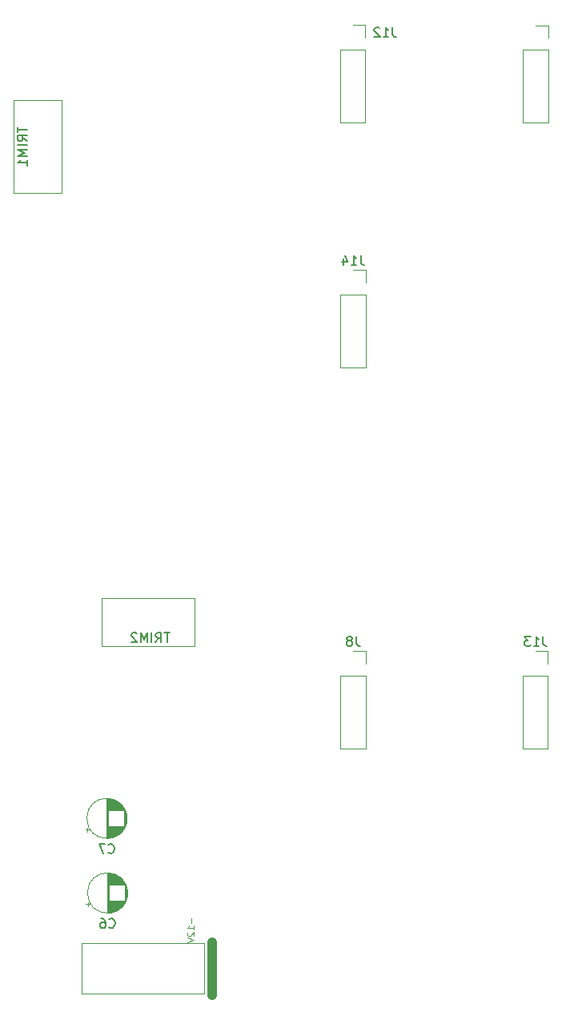
<source format=gbr>
%TF.GenerationSoftware,KiCad,Pcbnew,7.0.11-7.0.11~ubuntu22.04.1*%
%TF.CreationDate,2024-09-22T23:22:13-04:00*%
%TF.ProjectId,ad-vca,61642d76-6361-42e6-9b69-6361645f7063,rev?*%
%TF.SameCoordinates,Original*%
%TF.FileFunction,Legend,Bot*%
%TF.FilePolarity,Positive*%
%FSLAX46Y46*%
G04 Gerber Fmt 4.6, Leading zero omitted, Abs format (unit mm)*
G04 Created by KiCad (PCBNEW 7.0.11-7.0.11~ubuntu22.04.1) date 2024-09-22 23:22:13*
%MOMM*%
%LPD*%
G01*
G04 APERTURE LIST*
%ADD10C,0.150000*%
%ADD11C,0.100000*%
%ADD12C,0.120000*%
%ADD13C,1.000000*%
G04 APERTURE END LIST*
D10*
X105116666Y-128699580D02*
X105164285Y-128747200D01*
X105164285Y-128747200D02*
X105307142Y-128794819D01*
X105307142Y-128794819D02*
X105402380Y-128794819D01*
X105402380Y-128794819D02*
X105545237Y-128747200D01*
X105545237Y-128747200D02*
X105640475Y-128651961D01*
X105640475Y-128651961D02*
X105688094Y-128556723D01*
X105688094Y-128556723D02*
X105735713Y-128366247D01*
X105735713Y-128366247D02*
X105735713Y-128223390D01*
X105735713Y-128223390D02*
X105688094Y-128032914D01*
X105688094Y-128032914D02*
X105640475Y-127937676D01*
X105640475Y-127937676D02*
X105545237Y-127842438D01*
X105545237Y-127842438D02*
X105402380Y-127794819D01*
X105402380Y-127794819D02*
X105307142Y-127794819D01*
X105307142Y-127794819D02*
X105164285Y-127842438D01*
X105164285Y-127842438D02*
X105116666Y-127890057D01*
X104783332Y-127794819D02*
X104116666Y-127794819D01*
X104116666Y-127794819D02*
X104545237Y-128794819D01*
X105186666Y-136591052D02*
X105234285Y-136638672D01*
X105234285Y-136638672D02*
X105377142Y-136686291D01*
X105377142Y-136686291D02*
X105472380Y-136686291D01*
X105472380Y-136686291D02*
X105615237Y-136638672D01*
X105615237Y-136638672D02*
X105710475Y-136543433D01*
X105710475Y-136543433D02*
X105758094Y-136448195D01*
X105758094Y-136448195D02*
X105805713Y-136257719D01*
X105805713Y-136257719D02*
X105805713Y-136114862D01*
X105805713Y-136114862D02*
X105758094Y-135924386D01*
X105758094Y-135924386D02*
X105710475Y-135829148D01*
X105710475Y-135829148D02*
X105615237Y-135733910D01*
X105615237Y-135733910D02*
X105472380Y-135686291D01*
X105472380Y-135686291D02*
X105377142Y-135686291D01*
X105377142Y-135686291D02*
X105234285Y-135733910D01*
X105234285Y-135733910D02*
X105186666Y-135781529D01*
X104329523Y-135686291D02*
X104519999Y-135686291D01*
X104519999Y-135686291D02*
X104615237Y-135733910D01*
X104615237Y-135733910D02*
X104662856Y-135781529D01*
X104662856Y-135781529D02*
X104758094Y-135924386D01*
X104758094Y-135924386D02*
X104805713Y-136114862D01*
X104805713Y-136114862D02*
X104805713Y-136495814D01*
X104805713Y-136495814D02*
X104758094Y-136591052D01*
X104758094Y-136591052D02*
X104710475Y-136638672D01*
X104710475Y-136638672D02*
X104615237Y-136686291D01*
X104615237Y-136686291D02*
X104424761Y-136686291D01*
X104424761Y-136686291D02*
X104329523Y-136638672D01*
X104329523Y-136638672D02*
X104281904Y-136591052D01*
X104281904Y-136591052D02*
X104234285Y-136495814D01*
X104234285Y-136495814D02*
X104234285Y-136257719D01*
X104234285Y-136257719D02*
X104281904Y-136162481D01*
X104281904Y-136162481D02*
X104329523Y-136114862D01*
X104329523Y-136114862D02*
X104424761Y-136067243D01*
X104424761Y-136067243D02*
X104615237Y-136067243D01*
X104615237Y-136067243D02*
X104710475Y-136114862D01*
X104710475Y-136114862D02*
X104758094Y-136162481D01*
X104758094Y-136162481D02*
X104805713Y-136257719D01*
X135179523Y-41454819D02*
X135179523Y-42169104D01*
X135179523Y-42169104D02*
X135227142Y-42311961D01*
X135227142Y-42311961D02*
X135322380Y-42407200D01*
X135322380Y-42407200D02*
X135465237Y-42454819D01*
X135465237Y-42454819D02*
X135560475Y-42454819D01*
X134179523Y-42454819D02*
X134750951Y-42454819D01*
X134465237Y-42454819D02*
X134465237Y-41454819D01*
X134465237Y-41454819D02*
X134560475Y-41597676D01*
X134560475Y-41597676D02*
X134655713Y-41692914D01*
X134655713Y-41692914D02*
X134750951Y-41740533D01*
X133798570Y-41550057D02*
X133750951Y-41502438D01*
X133750951Y-41502438D02*
X133655713Y-41454819D01*
X133655713Y-41454819D02*
X133417618Y-41454819D01*
X133417618Y-41454819D02*
X133322380Y-41502438D01*
X133322380Y-41502438D02*
X133274761Y-41550057D01*
X133274761Y-41550057D02*
X133227142Y-41645295D01*
X133227142Y-41645295D02*
X133227142Y-41740533D01*
X133227142Y-41740533D02*
X133274761Y-41883390D01*
X133274761Y-41883390D02*
X133846189Y-42454819D01*
X133846189Y-42454819D02*
X133227142Y-42454819D01*
X131797523Y-65574819D02*
X131797523Y-66289104D01*
X131797523Y-66289104D02*
X131845142Y-66431961D01*
X131845142Y-66431961D02*
X131940380Y-66527200D01*
X131940380Y-66527200D02*
X132083237Y-66574819D01*
X132083237Y-66574819D02*
X132178475Y-66574819D01*
X130797523Y-66574819D02*
X131368951Y-66574819D01*
X131083237Y-66574819D02*
X131083237Y-65574819D01*
X131083237Y-65574819D02*
X131178475Y-65717676D01*
X131178475Y-65717676D02*
X131273713Y-65812914D01*
X131273713Y-65812914D02*
X131368951Y-65860533D01*
X129940380Y-65908152D02*
X129940380Y-66574819D01*
X130178475Y-65527200D02*
X130416570Y-66241485D01*
X130416570Y-66241485D02*
X129797523Y-66241485D01*
X131331333Y-105874819D02*
X131331333Y-106589104D01*
X131331333Y-106589104D02*
X131378952Y-106731961D01*
X131378952Y-106731961D02*
X131474190Y-106827200D01*
X131474190Y-106827200D02*
X131617047Y-106874819D01*
X131617047Y-106874819D02*
X131712285Y-106874819D01*
X130712285Y-106303390D02*
X130807523Y-106255771D01*
X130807523Y-106255771D02*
X130855142Y-106208152D01*
X130855142Y-106208152D02*
X130902761Y-106112914D01*
X130902761Y-106112914D02*
X130902761Y-106065295D01*
X130902761Y-106065295D02*
X130855142Y-105970057D01*
X130855142Y-105970057D02*
X130807523Y-105922438D01*
X130807523Y-105922438D02*
X130712285Y-105874819D01*
X130712285Y-105874819D02*
X130521809Y-105874819D01*
X130521809Y-105874819D02*
X130426571Y-105922438D01*
X130426571Y-105922438D02*
X130378952Y-105970057D01*
X130378952Y-105970057D02*
X130331333Y-106065295D01*
X130331333Y-106065295D02*
X130331333Y-106112914D01*
X130331333Y-106112914D02*
X130378952Y-106208152D01*
X130378952Y-106208152D02*
X130426571Y-106255771D01*
X130426571Y-106255771D02*
X130521809Y-106303390D01*
X130521809Y-106303390D02*
X130712285Y-106303390D01*
X130712285Y-106303390D02*
X130807523Y-106351009D01*
X130807523Y-106351009D02*
X130855142Y-106398628D01*
X130855142Y-106398628D02*
X130902761Y-106493866D01*
X130902761Y-106493866D02*
X130902761Y-106684342D01*
X130902761Y-106684342D02*
X130855142Y-106779580D01*
X130855142Y-106779580D02*
X130807523Y-106827200D01*
X130807523Y-106827200D02*
X130712285Y-106874819D01*
X130712285Y-106874819D02*
X130521809Y-106874819D01*
X130521809Y-106874819D02*
X130426571Y-106827200D01*
X130426571Y-106827200D02*
X130378952Y-106779580D01*
X130378952Y-106779580D02*
X130331333Y-106684342D01*
X130331333Y-106684342D02*
X130331333Y-106493866D01*
X130331333Y-106493866D02*
X130378952Y-106398628D01*
X130378952Y-106398628D02*
X130426571Y-106351009D01*
X130426571Y-106351009D02*
X130521809Y-106303390D01*
X151082523Y-105879819D02*
X151082523Y-106594104D01*
X151082523Y-106594104D02*
X151130142Y-106736961D01*
X151130142Y-106736961D02*
X151225380Y-106832200D01*
X151225380Y-106832200D02*
X151368237Y-106879819D01*
X151368237Y-106879819D02*
X151463475Y-106879819D01*
X150082523Y-106879819D02*
X150653951Y-106879819D01*
X150368237Y-106879819D02*
X150368237Y-105879819D01*
X150368237Y-105879819D02*
X150463475Y-106022676D01*
X150463475Y-106022676D02*
X150558713Y-106117914D01*
X150558713Y-106117914D02*
X150653951Y-106165533D01*
X149749189Y-105879819D02*
X149130142Y-105879819D01*
X149130142Y-105879819D02*
X149463475Y-106260771D01*
X149463475Y-106260771D02*
X149320618Y-106260771D01*
X149320618Y-106260771D02*
X149225380Y-106308390D01*
X149225380Y-106308390D02*
X149177761Y-106356009D01*
X149177761Y-106356009D02*
X149130142Y-106451247D01*
X149130142Y-106451247D02*
X149130142Y-106689342D01*
X149130142Y-106689342D02*
X149177761Y-106784580D01*
X149177761Y-106784580D02*
X149225380Y-106832200D01*
X149225380Y-106832200D02*
X149320618Y-106879819D01*
X149320618Y-106879819D02*
X149606332Y-106879819D01*
X149606332Y-106879819D02*
X149701570Y-106832200D01*
X149701570Y-106832200D02*
X149749189Y-106784580D01*
D11*
X113901966Y-135626666D02*
X113901966Y-136160000D01*
X114168633Y-136860000D02*
X114168633Y-136460000D01*
X114168633Y-136660000D02*
X113468633Y-136660000D01*
X113468633Y-136660000D02*
X113568633Y-136593333D01*
X113568633Y-136593333D02*
X113635300Y-136526667D01*
X113635300Y-136526667D02*
X113668633Y-136460000D01*
X113535300Y-137126667D02*
X113501966Y-137160000D01*
X113501966Y-137160000D02*
X113468633Y-137226667D01*
X113468633Y-137226667D02*
X113468633Y-137393334D01*
X113468633Y-137393334D02*
X113501966Y-137460000D01*
X113501966Y-137460000D02*
X113535300Y-137493334D01*
X113535300Y-137493334D02*
X113601966Y-137526667D01*
X113601966Y-137526667D02*
X113668633Y-137526667D01*
X113668633Y-137526667D02*
X113768633Y-137493334D01*
X113768633Y-137493334D02*
X114168633Y-137093334D01*
X114168633Y-137093334D02*
X114168633Y-137526667D01*
X113468633Y-137726667D02*
X114168633Y-137960001D01*
X114168633Y-137960001D02*
X113468633Y-138193334D01*
D10*
X111591427Y-105464819D02*
X111019999Y-105464819D01*
X111305713Y-106464819D02*
X111305713Y-105464819D01*
X110115237Y-106464819D02*
X110448570Y-105988628D01*
X110686665Y-106464819D02*
X110686665Y-105464819D01*
X110686665Y-105464819D02*
X110305713Y-105464819D01*
X110305713Y-105464819D02*
X110210475Y-105512438D01*
X110210475Y-105512438D02*
X110162856Y-105560057D01*
X110162856Y-105560057D02*
X110115237Y-105655295D01*
X110115237Y-105655295D02*
X110115237Y-105798152D01*
X110115237Y-105798152D02*
X110162856Y-105893390D01*
X110162856Y-105893390D02*
X110210475Y-105941009D01*
X110210475Y-105941009D02*
X110305713Y-105988628D01*
X110305713Y-105988628D02*
X110686665Y-105988628D01*
X109686665Y-106464819D02*
X109686665Y-105464819D01*
X109210475Y-106464819D02*
X109210475Y-105464819D01*
X109210475Y-105464819D02*
X108877142Y-106179104D01*
X108877142Y-106179104D02*
X108543809Y-105464819D01*
X108543809Y-105464819D02*
X108543809Y-106464819D01*
X108115237Y-105560057D02*
X108067618Y-105512438D01*
X108067618Y-105512438D02*
X107972380Y-105464819D01*
X107972380Y-105464819D02*
X107734285Y-105464819D01*
X107734285Y-105464819D02*
X107639047Y-105512438D01*
X107639047Y-105512438D02*
X107591428Y-105560057D01*
X107591428Y-105560057D02*
X107543809Y-105655295D01*
X107543809Y-105655295D02*
X107543809Y-105750533D01*
X107543809Y-105750533D02*
X107591428Y-105893390D01*
X107591428Y-105893390D02*
X108162856Y-106464819D01*
X108162856Y-106464819D02*
X107543809Y-106464819D01*
X95524819Y-51988572D02*
X95524819Y-52560000D01*
X96524819Y-52274286D02*
X95524819Y-52274286D01*
X96524819Y-53464762D02*
X96048628Y-53131429D01*
X96524819Y-52893334D02*
X95524819Y-52893334D01*
X95524819Y-52893334D02*
X95524819Y-53274286D01*
X95524819Y-53274286D02*
X95572438Y-53369524D01*
X95572438Y-53369524D02*
X95620057Y-53417143D01*
X95620057Y-53417143D02*
X95715295Y-53464762D01*
X95715295Y-53464762D02*
X95858152Y-53464762D01*
X95858152Y-53464762D02*
X95953390Y-53417143D01*
X95953390Y-53417143D02*
X96001009Y-53369524D01*
X96001009Y-53369524D02*
X96048628Y-53274286D01*
X96048628Y-53274286D02*
X96048628Y-52893334D01*
X96524819Y-53893334D02*
X95524819Y-53893334D01*
X96524819Y-54369524D02*
X95524819Y-54369524D01*
X95524819Y-54369524D02*
X96239104Y-54702857D01*
X96239104Y-54702857D02*
X95524819Y-55036190D01*
X95524819Y-55036190D02*
X96524819Y-55036190D01*
X96524819Y-56036190D02*
X96524819Y-55464762D01*
X96524819Y-55750476D02*
X95524819Y-55750476D01*
X95524819Y-55750476D02*
X95667676Y-55655238D01*
X95667676Y-55655238D02*
X95762914Y-55560000D01*
X95762914Y-55560000D02*
X95810533Y-55464762D01*
D12*
%TO.C,C7*%
X107070000Y-125090000D02*
G75*
G03*
X102830000Y-125090000I-2120000J0D01*
G01*
X102830000Y-125090000D02*
G75*
G03*
X107070000Y-125090000I2120000J0D01*
G01*
X105230000Y-127152000D02*
X105230000Y-125930000D01*
X105510000Y-127095000D02*
X105510000Y-125930000D01*
X106231000Y-126740000D02*
X106231000Y-125930000D01*
X105430000Y-127115000D02*
X105430000Y-125930000D01*
X106711000Y-126232000D02*
X106711000Y-125930000D01*
X105310000Y-127140000D02*
X105310000Y-125930000D01*
X106551000Y-124250000D02*
X106551000Y-123739000D01*
X105470000Y-127106000D02*
X105470000Y-125930000D01*
X105150000Y-124250000D02*
X105150000Y-123019000D01*
X106871000Y-125949000D02*
X106871000Y-124231000D01*
X106351000Y-124250000D02*
X106351000Y-123538000D01*
X105190000Y-124250000D02*
X105190000Y-123023000D01*
X106951000Y-125754000D02*
X106951000Y-124426000D01*
X106151000Y-126798000D02*
X106151000Y-125930000D01*
X104950000Y-127170000D02*
X104950000Y-123010000D01*
X105831000Y-124250000D02*
X105831000Y-123201000D01*
X106751000Y-126170000D02*
X106751000Y-125930000D01*
X106751000Y-124250000D02*
X106751000Y-124010000D01*
X106231000Y-124250000D02*
X106231000Y-123440000D01*
X105951000Y-124250000D02*
X105951000Y-123260000D01*
X105630000Y-124250000D02*
X105630000Y-123122000D01*
X105110000Y-127164000D02*
X105110000Y-123016000D01*
X105791000Y-126997000D02*
X105791000Y-125930000D01*
X105350000Y-124250000D02*
X105350000Y-123048000D01*
X105550000Y-127084000D02*
X105550000Y-125930000D01*
X106271000Y-124250000D02*
X106271000Y-123471000D01*
X105751000Y-124250000D02*
X105751000Y-123166000D01*
X106311000Y-126677000D02*
X106311000Y-125930000D01*
X106031000Y-126875000D02*
X106031000Y-125930000D01*
X106511000Y-124250000D02*
X106511000Y-123694000D01*
X105350000Y-127132000D02*
X105350000Y-125930000D01*
X105991000Y-126898000D02*
X105991000Y-125930000D01*
X105911000Y-124250000D02*
X105911000Y-123239000D01*
X102880199Y-126485000D02*
X102880199Y-126085000D01*
X105590000Y-127072000D02*
X105590000Y-125930000D01*
X106911000Y-125858000D02*
X106911000Y-124322000D01*
X105270000Y-127146000D02*
X105270000Y-125930000D01*
X102680199Y-126285000D02*
X103080199Y-126285000D01*
X106191000Y-124250000D02*
X106191000Y-123410000D01*
X105390000Y-124250000D02*
X105390000Y-123056000D01*
X106591000Y-124250000D02*
X106591000Y-123786000D01*
X105751000Y-127014000D02*
X105751000Y-125930000D01*
X106111000Y-124250000D02*
X106111000Y-123355000D01*
X105831000Y-126979000D02*
X105831000Y-125930000D01*
X105951000Y-126920000D02*
X105951000Y-125930000D01*
X106671000Y-126290000D02*
X106671000Y-125930000D01*
X106071000Y-126850000D02*
X106071000Y-125930000D01*
X106071000Y-124250000D02*
X106071000Y-123330000D01*
X106271000Y-126709000D02*
X106271000Y-125930000D01*
X106791000Y-126103000D02*
X106791000Y-124077000D01*
X106631000Y-124250000D02*
X106631000Y-123836000D01*
X106311000Y-124250000D02*
X106311000Y-123503000D01*
X106351000Y-126642000D02*
X106351000Y-125930000D01*
X106591000Y-126394000D02*
X106591000Y-125930000D01*
X106671000Y-124250000D02*
X106671000Y-123890000D01*
X105791000Y-124250000D02*
X105791000Y-123183000D01*
X105671000Y-124250000D02*
X105671000Y-123136000D01*
X106471000Y-124250000D02*
X106471000Y-123652000D01*
X105590000Y-124250000D02*
X105590000Y-123108000D01*
X105470000Y-124250000D02*
X105470000Y-123074000D01*
X105991000Y-124250000D02*
X105991000Y-123282000D01*
X105510000Y-124250000D02*
X105510000Y-123085000D01*
X105310000Y-124250000D02*
X105310000Y-123040000D01*
X106151000Y-124250000D02*
X106151000Y-123382000D01*
X106111000Y-126825000D02*
X106111000Y-125930000D01*
X106631000Y-126344000D02*
X106631000Y-125930000D01*
X106031000Y-124250000D02*
X106031000Y-123305000D01*
X105430000Y-124250000D02*
X105430000Y-123065000D01*
X105871000Y-126960000D02*
X105871000Y-125930000D01*
X106431000Y-124250000D02*
X106431000Y-123612000D01*
X105911000Y-126941000D02*
X105911000Y-125930000D01*
X105190000Y-127157000D02*
X105190000Y-125930000D01*
X104990000Y-127170000D02*
X104990000Y-123010000D01*
X105070000Y-127167000D02*
X105070000Y-123013000D01*
X105671000Y-127044000D02*
X105671000Y-125930000D01*
X105711000Y-124250000D02*
X105711000Y-123150000D01*
X105630000Y-127058000D02*
X105630000Y-125930000D01*
X106191000Y-126770000D02*
X106191000Y-125930000D01*
X106471000Y-126528000D02*
X106471000Y-125930000D01*
X106831000Y-126030000D02*
X106831000Y-124150000D01*
X105711000Y-127030000D02*
X105711000Y-125930000D01*
X105150000Y-127161000D02*
X105150000Y-125930000D01*
X105030000Y-127169000D02*
X105030000Y-123011000D01*
X107031000Y-125460000D02*
X107031000Y-124720000D01*
X106991000Y-125627000D02*
X106991000Y-124553000D01*
X105390000Y-127124000D02*
X105390000Y-125930000D01*
X105550000Y-124250000D02*
X105550000Y-123096000D01*
X105871000Y-124250000D02*
X105871000Y-123220000D01*
X105230000Y-124250000D02*
X105230000Y-123028000D01*
X106391000Y-124250000D02*
X106391000Y-123574000D01*
X106431000Y-126568000D02*
X106431000Y-125930000D01*
X106511000Y-126486000D02*
X106511000Y-125930000D01*
X106711000Y-124250000D02*
X106711000Y-123948000D01*
X106391000Y-126606000D02*
X106391000Y-125930000D01*
X106551000Y-126441000D02*
X106551000Y-125930000D01*
X105270000Y-124250000D02*
X105270000Y-123034000D01*
%TO.C,C6*%
X107140000Y-132981472D02*
G75*
G03*
X102900000Y-132981472I-2120000J0D01*
G01*
X102900000Y-132981472D02*
G75*
G03*
X107140000Y-132981472I2120000J0D01*
G01*
X105300000Y-135043472D02*
X105300000Y-133821472D01*
X105580000Y-134986472D02*
X105580000Y-133821472D01*
X106301000Y-134631472D02*
X106301000Y-133821472D01*
X105500000Y-135006472D02*
X105500000Y-133821472D01*
X106781000Y-134123472D02*
X106781000Y-133821472D01*
X105380000Y-135031472D02*
X105380000Y-133821472D01*
X106621000Y-132141472D02*
X106621000Y-131630472D01*
X105540000Y-134997472D02*
X105540000Y-133821472D01*
X105220000Y-132141472D02*
X105220000Y-130910472D01*
X106941000Y-133840472D02*
X106941000Y-132122472D01*
X106421000Y-132141472D02*
X106421000Y-131429472D01*
X105260000Y-132141472D02*
X105260000Y-130914472D01*
X107021000Y-133645472D02*
X107021000Y-132317472D01*
X106221000Y-134689472D02*
X106221000Y-133821472D01*
X105020000Y-135061472D02*
X105020000Y-130901472D01*
X105901000Y-132141472D02*
X105901000Y-131092472D01*
X106821000Y-134061472D02*
X106821000Y-133821472D01*
X106821000Y-132141472D02*
X106821000Y-131901472D01*
X106301000Y-132141472D02*
X106301000Y-131331472D01*
X106021000Y-132141472D02*
X106021000Y-131151472D01*
X105700000Y-132141472D02*
X105700000Y-131013472D01*
X105180000Y-135055472D02*
X105180000Y-130907472D01*
X105861000Y-134888472D02*
X105861000Y-133821472D01*
X105420000Y-132141472D02*
X105420000Y-130939472D01*
X105620000Y-134975472D02*
X105620000Y-133821472D01*
X106341000Y-132141472D02*
X106341000Y-131362472D01*
X105821000Y-132141472D02*
X105821000Y-131057472D01*
X106381000Y-134568472D02*
X106381000Y-133821472D01*
X106101000Y-134766472D02*
X106101000Y-133821472D01*
X106581000Y-132141472D02*
X106581000Y-131585472D01*
X105420000Y-135023472D02*
X105420000Y-133821472D01*
X106061000Y-134789472D02*
X106061000Y-133821472D01*
X105981000Y-132141472D02*
X105981000Y-131130472D01*
X102950199Y-134376472D02*
X102950199Y-133976472D01*
X105660000Y-134963472D02*
X105660000Y-133821472D01*
X106981000Y-133749472D02*
X106981000Y-132213472D01*
X105340000Y-135037472D02*
X105340000Y-133821472D01*
X102750199Y-134176472D02*
X103150199Y-134176472D01*
X106261000Y-132141472D02*
X106261000Y-131301472D01*
X105460000Y-132141472D02*
X105460000Y-130947472D01*
X106661000Y-132141472D02*
X106661000Y-131677472D01*
X105821000Y-134905472D02*
X105821000Y-133821472D01*
X106181000Y-132141472D02*
X106181000Y-131246472D01*
X105901000Y-134870472D02*
X105901000Y-133821472D01*
X106021000Y-134811472D02*
X106021000Y-133821472D01*
X106741000Y-134181472D02*
X106741000Y-133821472D01*
X106141000Y-134741472D02*
X106141000Y-133821472D01*
X106141000Y-132141472D02*
X106141000Y-131221472D01*
X106341000Y-134600472D02*
X106341000Y-133821472D01*
X106861000Y-133994472D02*
X106861000Y-131968472D01*
X106701000Y-132141472D02*
X106701000Y-131727472D01*
X106381000Y-132141472D02*
X106381000Y-131394472D01*
X106421000Y-134533472D02*
X106421000Y-133821472D01*
X106661000Y-134285472D02*
X106661000Y-133821472D01*
X106741000Y-132141472D02*
X106741000Y-131781472D01*
X105861000Y-132141472D02*
X105861000Y-131074472D01*
X105741000Y-132141472D02*
X105741000Y-131027472D01*
X106541000Y-132141472D02*
X106541000Y-131543472D01*
X105660000Y-132141472D02*
X105660000Y-130999472D01*
X105540000Y-132141472D02*
X105540000Y-130965472D01*
X106061000Y-132141472D02*
X106061000Y-131173472D01*
X105580000Y-132141472D02*
X105580000Y-130976472D01*
X105380000Y-132141472D02*
X105380000Y-130931472D01*
X106221000Y-132141472D02*
X106221000Y-131273472D01*
X106181000Y-134716472D02*
X106181000Y-133821472D01*
X106701000Y-134235472D02*
X106701000Y-133821472D01*
X106101000Y-132141472D02*
X106101000Y-131196472D01*
X105500000Y-132141472D02*
X105500000Y-130956472D01*
X105941000Y-134851472D02*
X105941000Y-133821472D01*
X106501000Y-132141472D02*
X106501000Y-131503472D01*
X105981000Y-134832472D02*
X105981000Y-133821472D01*
X105260000Y-135048472D02*
X105260000Y-133821472D01*
X105060000Y-135061472D02*
X105060000Y-130901472D01*
X105140000Y-135058472D02*
X105140000Y-130904472D01*
X105741000Y-134935472D02*
X105741000Y-133821472D01*
X105781000Y-132141472D02*
X105781000Y-131041472D01*
X105700000Y-134949472D02*
X105700000Y-133821472D01*
X106261000Y-134661472D02*
X106261000Y-133821472D01*
X106541000Y-134419472D02*
X106541000Y-133821472D01*
X106901000Y-133921472D02*
X106901000Y-132041472D01*
X105781000Y-134921472D02*
X105781000Y-133821472D01*
X105220000Y-135052472D02*
X105220000Y-133821472D01*
X105100000Y-135060472D02*
X105100000Y-130902472D01*
X107101000Y-133351472D02*
X107101000Y-132611472D01*
X107061000Y-133518472D02*
X107061000Y-132444472D01*
X105460000Y-135015472D02*
X105460000Y-133821472D01*
X105620000Y-132141472D02*
X105620000Y-130987472D01*
X105941000Y-132141472D02*
X105941000Y-131111472D01*
X105300000Y-132141472D02*
X105300000Y-130919472D01*
X106461000Y-132141472D02*
X106461000Y-131465472D01*
X106501000Y-134459472D02*
X106501000Y-133821472D01*
X106581000Y-134377472D02*
X106581000Y-133821472D01*
X106781000Y-132141472D02*
X106781000Y-131839472D01*
X106461000Y-134497472D02*
X106461000Y-133821472D01*
X106621000Y-134332472D02*
X106621000Y-133821472D01*
X105340000Y-132141472D02*
X105340000Y-130925472D01*
%TO.C,J12*%
X129628000Y-43810000D02*
X129628000Y-51490000D01*
X132288000Y-51490000D02*
X129628000Y-51490000D01*
X132288000Y-43810000D02*
X129628000Y-43810000D01*
X132288000Y-43810000D02*
X132288000Y-51490000D01*
X132288000Y-42540000D02*
X132288000Y-41210000D01*
X132288000Y-41210000D02*
X130958000Y-41210000D01*
%TO.C,J14*%
X129658000Y-69720000D02*
X129658000Y-77400000D01*
X132318000Y-77400000D02*
X129658000Y-77400000D01*
X132318000Y-69720000D02*
X129658000Y-69720000D01*
X132318000Y-69720000D02*
X132318000Y-77400000D01*
X132318000Y-68450000D02*
X132318000Y-67120000D01*
X132318000Y-67120000D02*
X130988000Y-67120000D01*
%TO.C,J8*%
X129668000Y-110020000D02*
X129668000Y-117700000D01*
X132328000Y-117700000D02*
X129668000Y-117700000D01*
X132328000Y-110020000D02*
X129668000Y-110020000D01*
X132328000Y-110020000D02*
X132328000Y-117700000D01*
X132328000Y-108750000D02*
X132328000Y-107420000D01*
X132328000Y-107420000D02*
X130998000Y-107420000D01*
%TO.C,J9*%
X148968000Y-43830000D02*
X148968000Y-51510000D01*
X151628000Y-51510000D02*
X148968000Y-51510000D01*
X151628000Y-43830000D02*
X148968000Y-43830000D01*
X151628000Y-43830000D02*
X151628000Y-51510000D01*
X151628000Y-42560000D02*
X151628000Y-41230000D01*
X151628000Y-41230000D02*
X150298000Y-41230000D01*
%TO.C,J13*%
X151603000Y-107425000D02*
X150273000Y-107425000D01*
X151603000Y-108755000D02*
X151603000Y-107425000D01*
X151603000Y-110025000D02*
X151603000Y-117705000D01*
X151603000Y-110025000D02*
X148943000Y-110025000D01*
X151603000Y-117705000D02*
X148943000Y-117705000D01*
X148943000Y-110025000D02*
X148943000Y-117705000D01*
D13*
%TO.C,J1*%
X116090000Y-138221472D02*
X116090000Y-143761472D01*
D12*
X115210000Y-138311472D02*
X115210000Y-143631472D01*
X102270000Y-138311472D02*
X115210000Y-138311472D01*
X115210000Y-143631472D02*
X102270000Y-143631472D01*
X102270000Y-143631472D02*
X102270000Y-138311472D01*
%TO.C,TRIM2*%
X104445000Y-101800000D02*
X114215000Y-101800000D01*
X104445000Y-106870000D02*
X104445000Y-101800000D01*
X104445000Y-106870000D02*
X114215000Y-106870000D01*
X114215000Y-106870000D02*
X114215000Y-101800000D01*
%TO.C,TRIM1*%
X100198000Y-49151000D02*
X100198000Y-58921000D01*
X95128000Y-49151000D02*
X100198000Y-49151000D01*
X95128000Y-49151000D02*
X95128000Y-58921000D01*
X95128000Y-58921000D02*
X100198000Y-58921000D01*
%TD*%
M02*

</source>
